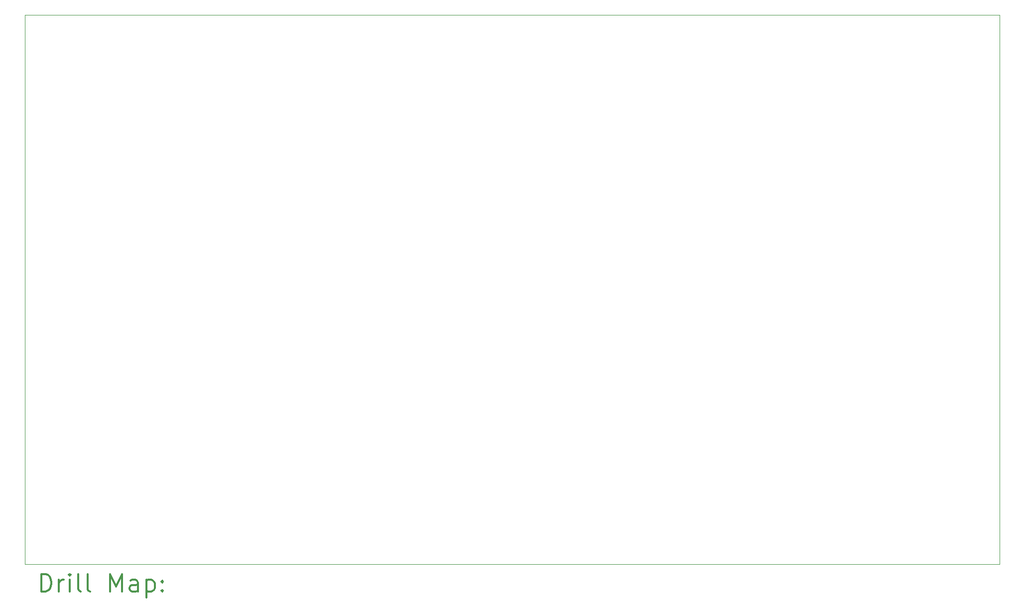
<source format=gbr>
%FSLAX45Y45*%
G04 Gerber Fmt 4.5, Leading zero omitted, Abs format (unit mm)*
G04 Created by KiCad (PCBNEW 5.1.12-84ad8e8a86~92~ubuntu18.04.1) date 2022-01-22 16:22:56*
%MOMM*%
%LPD*%
G01*
G04 APERTURE LIST*
%TA.AperFunction,Profile*%
%ADD10C,0.100000*%
%TD*%
%ADD11C,0.200000*%
%ADD12C,0.300000*%
G04 APERTURE END LIST*
D10*
X26225500Y-5334000D02*
X26225500Y-14668500D01*
X9652000Y-5334000D02*
X26225500Y-5334000D01*
X9652000Y-14668500D02*
X9652000Y-5334000D01*
X26225500Y-14668500D02*
X9652000Y-14668500D01*
D11*
D12*
X9933428Y-15139214D02*
X9933428Y-14839214D01*
X10004857Y-14839214D01*
X10047714Y-14853500D01*
X10076286Y-14882071D01*
X10090571Y-14910643D01*
X10104857Y-14967786D01*
X10104857Y-15010643D01*
X10090571Y-15067786D01*
X10076286Y-15096357D01*
X10047714Y-15124929D01*
X10004857Y-15139214D01*
X9933428Y-15139214D01*
X10233428Y-15139214D02*
X10233428Y-14939214D01*
X10233428Y-14996357D02*
X10247714Y-14967786D01*
X10262000Y-14953500D01*
X10290571Y-14939214D01*
X10319143Y-14939214D01*
X10419143Y-15139214D02*
X10419143Y-14939214D01*
X10419143Y-14839214D02*
X10404857Y-14853500D01*
X10419143Y-14867786D01*
X10433428Y-14853500D01*
X10419143Y-14839214D01*
X10419143Y-14867786D01*
X10604857Y-15139214D02*
X10576286Y-15124929D01*
X10562000Y-15096357D01*
X10562000Y-14839214D01*
X10762000Y-15139214D02*
X10733428Y-15124929D01*
X10719143Y-15096357D01*
X10719143Y-14839214D01*
X11104857Y-15139214D02*
X11104857Y-14839214D01*
X11204857Y-15053500D01*
X11304857Y-14839214D01*
X11304857Y-15139214D01*
X11576286Y-15139214D02*
X11576286Y-14982071D01*
X11562000Y-14953500D01*
X11533428Y-14939214D01*
X11476286Y-14939214D01*
X11447714Y-14953500D01*
X11576286Y-15124929D02*
X11547714Y-15139214D01*
X11476286Y-15139214D01*
X11447714Y-15124929D01*
X11433428Y-15096357D01*
X11433428Y-15067786D01*
X11447714Y-15039214D01*
X11476286Y-15024929D01*
X11547714Y-15024929D01*
X11576286Y-15010643D01*
X11719143Y-14939214D02*
X11719143Y-15239214D01*
X11719143Y-14953500D02*
X11747714Y-14939214D01*
X11804857Y-14939214D01*
X11833428Y-14953500D01*
X11847714Y-14967786D01*
X11862000Y-14996357D01*
X11862000Y-15082071D01*
X11847714Y-15110643D01*
X11833428Y-15124929D01*
X11804857Y-15139214D01*
X11747714Y-15139214D01*
X11719143Y-15124929D01*
X11990571Y-15110643D02*
X12004857Y-15124929D01*
X11990571Y-15139214D01*
X11976286Y-15124929D01*
X11990571Y-15110643D01*
X11990571Y-15139214D01*
X11990571Y-14953500D02*
X12004857Y-14967786D01*
X11990571Y-14982071D01*
X11976286Y-14967786D01*
X11990571Y-14953500D01*
X11990571Y-14982071D01*
M02*

</source>
